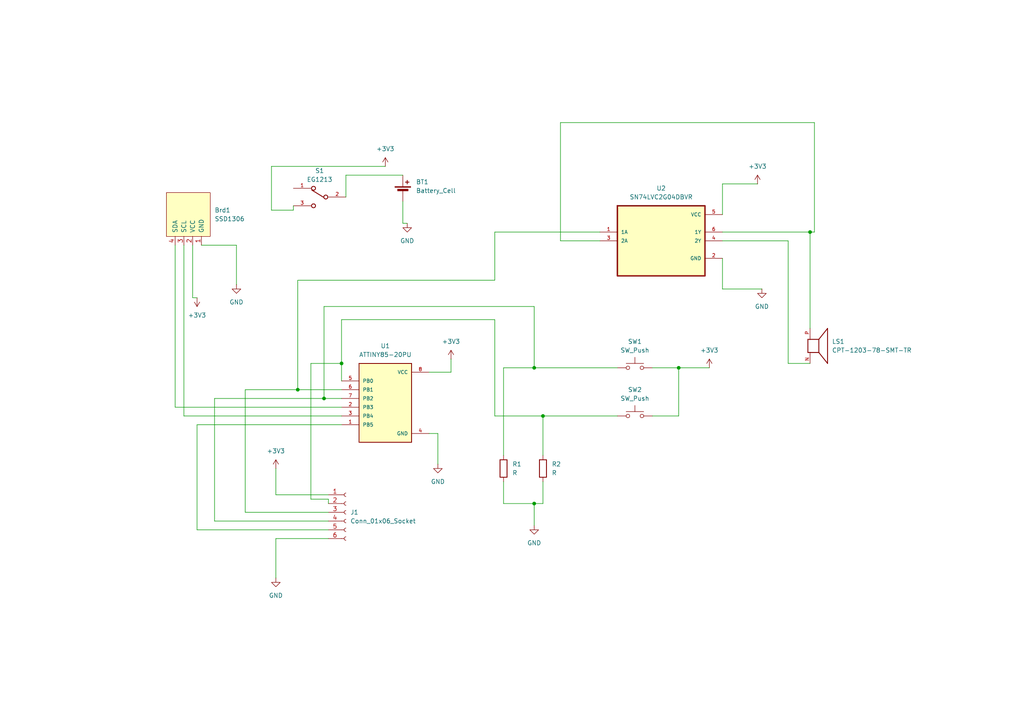
<source format=kicad_sch>
(kicad_sch (version 20250114) (generator "eeschema") (generator_version "9.0")
  (paper "A4")
  (lib_symbols
    (symbol "ATTINY85-20PU:ATTINY85-20PU" (pin_names (offset 1.016))
      (property "Reference" "U" (at -7.6263 11.4395 0))
      (property "Value" "ATTINY85-20PU" (at -7.5506 -13.9826 0))
      (symbol "ATTINY85-20PU_0_0"
        (rectangle (start -7.62 -11.43) (end 7.62 11.43) (stroke (width 0.254)) (fill (type background)))
        (pin bidirectional line (at -12.7 6.35 0) (length 5.08) (name "PB0") (number "5"))
        (pin bidirectional line (at -12.7 3.81 0) (length 5.08) (name "PB1") (number "6"))
        (pin bidirectional line (at -12.7 1.27 0) (length 5.08) (name "PB2") (number "7"))
        (pin bidirectional line (at -12.7 -1.27 0) (length 5.08) (name "PB3") (number "2"))
        (pin bidirectional line (at -12.7 -3.81 0) (length 5.08) (name "PB4") (number "3"))
        (pin bidirectional line (at -12.7 -6.35 0) (length 5.08) (name "PB5") (number "1"))
        (pin power_in line (at 12.7 8.89 180) (length 5.08) (name "VCC") (number "8"))
        (pin power_in line (at 12.7 -8.89 180) (length 5.08) (name "GND") (number "4"))
      )
    )
    (symbol "CPT-1203-78-SMT-TR:CPT-1203-78-SMT-TR" (pin_names (offset 1.016))
      (property "Reference" "LS" (at -1.27 6.35 0))
      (property "Value" "CPT-1203-78-SMT-TR" (at -1.27 -8.255 0))
      (symbol "CPT-1203-78-SMT-TR_0_0"
        (polyline (pts (xy -3.175 1.905) (xy -3.175 -1.905)) (stroke (width 0.254)))
        (polyline (pts (xy -3.175 1.905) (xy -2.54 1.905)) (stroke (width 0.254)))
        (polyline (pts (xy -3.175 -1.905) (xy -2.54 -1.905)) (stroke (width 0.254)))
        (polyline (pts (xy -2.54 2.54) (xy -2.54 1.905)) (stroke (width 0.1524)))
        (polyline (pts (xy -2.54 1.905) (xy 0 1.905)) (stroke (width 0.254)))
        (polyline (pts (xy -2.54 -1.905) (xy 0 -1.905)) (stroke (width 0.254)))
        (polyline (pts (xy -2.54 -2.54) (xy -2.54 -1.905)) (stroke (width 0.1524)))
        (polyline (pts (xy 0 1.905) (xy 2.54 5.08)) (stroke (width 0.254)))
        (polyline (pts (xy 0 -1.905) (xy 0 1.905)) (stroke (width 0.254)))
        (polyline (pts (xy 0 -1.905) (xy 2.54 -5.08)) (stroke (width 0.254)))
        (polyline (pts (xy 2.54 -5.08) (xy 2.54 5.08)) (stroke (width 0.254)))
        (pin passive line (at -2.54 5.08 270) (length 2.54) (name "~") (number "P"))
        (pin passive line (at -2.54 -5.08 90) (length 2.54) (name "~") (number "N"))
      )
    )
    (symbol "Connector:Conn_01x06_Socket" (pin_names (offset 1.016) (hide yes))
      (property "Reference" "J" (at 0 7.62 0))
      (property "Value" "Conn_01x06_Socket" (at 0 -10.16 0))
      (symbol "Conn_01x06_Socket_1_1"
        (polyline (pts (xy -1.27 5.08) (xy -0.508 5.08)) (stroke (width 0.1524)))
        (polyline (pts (xy -1.27 2.54) (xy -0.508 2.54)) (stroke (width 0.1524)))
        (polyline (pts (xy -1.27 0) (xy -0.508 0)) (stroke (width 0.1524)))
        (polyline (pts (xy -1.27 -2.54) (xy -0.508 -2.54)) (stroke (width 0.1524)))
        (polyline (pts (xy -1.27 -5.08) (xy -0.508 -5.08)) (stroke (width 0.1524)))
        (polyline (pts (xy -1.27 -7.62) (xy -0.508 -7.62)) (stroke (width 0.1524)))
        (arc (start 0 4.572) (mid -0.5058 5.08) (end 0 5.588) (stroke (width 0.1524)))
        (arc (start 0 2.032) (mid -0.5058 2.54) (end 0 3.048) (stroke (width 0.1524)))
        (arc (start 0 -0.508) (mid -0.5058 0) (end 0 0.508) (stroke (width 0.1524)))
        (arc (start 0 -3.048) (mid -0.5058 -2.54) (end 0 -2.032) (stroke (width 0.1524)))
        (arc (start 0 -5.588) (mid -0.5058 -5.08) (end 0 -4.572) (stroke (width 0.1524)))
        (arc (start 0 -8.128) (mid -0.5058 -7.62) (end 0 -7.112) (stroke (width 0.1524)))
        (pin passive line (at -5.08 5.08 0) (length 3.81) (name "Pin_1") (number "1"))
        (pin passive line (at -5.08 2.54 0) (length 3.81) (name "Pin_2") (number "2"))
        (pin passive line (at -5.08 0 0) (length 3.81) (name "Pin_3") (number "3"))
        (pin passive line (at -5.08 -2.54 0) (length 3.81) (name "Pin_4") (number "4"))
        (pin passive line (at -5.08 -5.08 0) (length 3.81) (name "Pin_5") (number "5"))
        (pin passive line (at -5.08 -7.62 0) (length 3.81) (name "Pin_6") (number "6"))
      )
    )
    (symbol "Device:Battery_Cell" (pin_numbers (hide yes)) (pin_names (offset 0) (hide yes))
      (property "Reference" "BT" (at 2.54 2.54 0))
      (property "Value" "Battery_Cell" (at 2.54 0 0))
      (symbol "Battery_Cell_0_1"
        (rectangle (start -2.286 1.778) (end 2.286 1.524) (fill (type outline)))
        (rectangle (start -1.524 1.016) (end 1.524 0.508) (fill (type outline)))
        (polyline (pts (xy 0 1.778) (xy 0 2.54)))
        (polyline (pts (xy 0 0.762) (xy 0 0)))
        (polyline (pts (xy 0.762 3.048) (xy 1.778 3.048)) (stroke (width 0.254)))
        (polyline (pts (xy 1.27 3.556) (xy 1.27 2.54)) (stroke (width 0.254)))
      )
      (symbol "Battery_Cell_1_1"
        (pin passive line (at 0 5.08 270) (length 2.54) (name "+") (number "1"))
        (pin passive line (at 0 -2.54 90) (length 2.54) (name "-") (number "2"))
      )
    )
    (symbol "Device:R" (pin_numbers (hide yes)) (pin_names (offset 0))
      (property "Reference" "R" (at 2.032 0 90))
      (property "Value" "R" (at 0 0 90))
      (symbol "R_0_1"
        (rectangle (start -1.016 -2.54) (end 1.016 2.54) (stroke (width 0.254)))
      )
      (symbol "R_1_1"
        (pin passive line (at 0 3.81 270) (length 1.27) (name "~") (number "1"))
        (pin passive line (at 0 -3.81 90) (length 1.27) (name "~") (number "2"))
      )
    )
    (symbol "EG1213:EG1213" (pin_names (offset 1.016))
      (property "Reference" "S" (at 0 0 0))
      (property "Value" "EG1213" (at 0 0 0))
      (symbol "EG1213_0_0"
        (circle (center -1.778 2.54) (radius 0.568) (stroke (width 0.254)))
        (circle (center -1.778 -2.54) (radius 0.568) (stroke (width 0.254)))
        (polyline (pts (xy 1.016 0) (xy -2.286 2.032)) (stroke (width 0.254)))
        (circle (center 1.778 0) (radius 0.568) (stroke (width 0.254)))
        (pin passive line (at -7.62 2.54 0) (length 5.08) (name "~") (number "1"))
        (pin passive line (at -7.62 -2.54 0) (length 5.08) (name "~") (number "3"))
        (pin passive line (at 7.62 0 180) (length 5.08) (name "~") (number "2"))
      )
    )
    (symbol "SN74LVC2G04DBVR:SN74LVC2G04DBVR" (pin_names (offset 1.016))
      (property "Reference" "U" (at -12.7 11.16 0))
      (property "Value" "SN74LVC2G04DBVR" (at -12.7 -14.16 0))
      (symbol "SN74LVC2G04DBVR_0_0"
        (rectangle (start -12.7 -10.16) (end 12.7 10.16) (stroke (width 0.41)) (fill (type background)))
        (pin input line (at -17.78 2.54 0) (length 5.08) (name "1A") (number "1"))
        (pin input line (at -17.78 0 0) (length 5.08) (name "2A") (number "3"))
        (pin power_in line (at 17.78 7.62 180) (length 5.08) (name "VCC") (number "5"))
        (pin output line (at 17.78 2.54 180) (length 5.08) (name "1Y") (number "6"))
        (pin output line (at 17.78 0 180) (length 5.08) (name "2Y") (number "4"))
        (pin power_in line (at 17.78 -5.08 180) (length 5.08) (name "GND") (number "2"))
      )
    )
    (symbol "SSD1306-128x64_OLED:SSD1306" (pin_names (offset 1.016))
      (property "Reference" "Brd" (at 0 -3.81 0))
      (property "Value" "SSD1306" (at 0 -1.27 0))
      (symbol "SSD1306_0_1"
        (rectangle (start -6.35 6.35) (end 6.35 -6.35) (fill (type background)))
      )
      (symbol "SSD1306_1_1"
        (pin input line (at -3.81 8.89 270) (length 2.54) (name "GND") (number "1"))
        (pin input line (at -1.27 8.89 270) (length 2.54) (name "VCC") (number "2"))
        (pin input line (at 1.27 8.89 270) (length 2.54) (name "SCL") (number "3"))
        (pin input line (at 3.81 8.89 270) (length 2.54) (name "SDA") (number "4"))
      )
    )
    (symbol "Switch:SW_Push" (pin_numbers (hide yes)) (pin_names (offset 1.016) (hide yes))
      (property "Reference" "SW" (at 1.27 2.54 0))
      (property "Value" "SW_Push" (at 0 -1.524 0))
      (symbol "SW_Push_0_1"
        (circle (center -2.032 0) (radius 0.508))
        (polyline (pts (xy 0 1.27) (xy 0 3.048)))
        (circle (center 2.032 0) (radius 0.508))
        (polyline (pts (xy 2.54 1.27) (xy -2.54 1.27)))
        (pin passive line (at -5.08 0 0) (length 2.54) (name "1") (number "1"))
        (pin passive line (at 5.08 0 180) (length 2.54) (name "2") (number "2"))
      )
    )
    (symbol "power:+3V3" (power) (pin_numbers (hide yes)) (pin_names (offset 0) (hide yes))
      (property "Value" "+3V3" (at 0 3.556 0))
      (symbol "+3V3_0_1"
        (polyline (pts (xy -0.762 1.27) (xy 0 2.54)))
        (polyline (pts (xy 0 2.54) (xy 0.762 1.27)))
        (polyline (pts (xy 0 0) (xy 0 2.54)))
      )
      (symbol "+3V3_1_1"
        (pin power_in line (at 0 0 90) (length 0) (name "~") (number "1"))
      )
    )
    (symbol "power:GND" (power) (pin_numbers (hide yes)) (pin_names (offset 0) (hide yes))
      (property "Value" "GND" (at 0 -3.81 0))
      (symbol "GND_0_1"
        (polyline (pts (xy 0 0) (xy 0 -1.27) (xy 1.27 -1.27) (xy 0 -2.54) (xy -1.27 -1.27) (xy 0 -1.27)))
      )
      (symbol "GND_1_1"
        (pin power_in line (at 0 0 270) (length 0) (name "~") (number "1"))
      )
    )
  )
  (junction (at 86.36 113.03))
  (junction (at 196.85 106.68))
  (junction (at 99.06 105.41))
  (junction (at 154.94 146.05))
  (junction (at 157.48 120.65))
  (junction (at 93.98 115.57))
  (junction (at 154.94 106.68))
  (junction (at 234.95 67.31))
  (wire (pts (xy 179.07 106.68) (xy 154.94 106.68)))
  (wire (pts (xy 209.55 83.82) (xy 209.55 74.93)))
  (wire (pts (xy 53.34 71.12) (xy 53.34 120.65)))
  (wire (pts (xy 80.01 143.51) (xy 80.01 135.89)))
  (wire (pts (xy 80.01 167.64) (xy 80.01 156.21)))
  (wire (pts (xy 116.84 58.42) (xy 116.84 64.77)))
  (wire (pts (xy 228.6 69.85) (xy 228.6 105.41)))
  (wire (pts (xy 143.51 120.65) (xy 143.51 92.71)))
  (wire (pts (xy 55.88 86.36) (xy 57.15 86.36)))
  (wire (pts (xy 99.06 113.03) (xy 86.36 113.03)))
  (wire (pts (xy 234.95 67.31) (xy 234.95 95.25)))
  (wire (pts (xy 50.8 118.11) (xy 99.06 118.11)))
  (wire (pts (xy 130.81 104.14) (xy 130.81 107.95)))
  (wire (pts (xy 100.33 50.8) (xy 100.33 57.15)))
  (wire (pts (xy 80.01 143.51) (xy 95.25 143.51)))
  (wire (pts (xy 68.58 71.12) (xy 68.58 82.55)))
  (wire (pts (xy 85.09 60.96) (xy 85.09 59.69)))
  (wire (pts (xy 95.25 144.78) (xy 90.17 144.78)))
  (wire (pts (xy 146.05 106.68) (xy 154.94 106.68)))
  (wire (pts (xy 116.84 64.77) (xy 118.11 64.77)))
  (wire (pts (xy 95.25 146.05) (xy 95.25 144.78)))
  (wire (pts (xy 143.51 67.31) (xy 173.99 67.31)))
  (wire (pts (xy 236.22 35.56) (xy 162.56 35.56)))
  (wire (pts (xy 162.56 69.85) (xy 173.99 69.85)))
  (wire (pts (xy 179.07 120.65) (xy 157.48 120.65)))
  (wire (pts (xy 154.94 88.9) (xy 93.98 88.9)))
  (wire (pts (xy 146.05 139.7) (xy 146.05 146.05)))
  (wire (pts (xy 93.98 88.9) (xy 93.98 115.57)))
  (wire (pts (xy 90.17 105.41) (xy 99.06 105.41)))
  (wire (pts (xy 111.76 48.26) (xy 78.74 48.26)))
  (wire (pts (xy 78.74 48.26) (xy 78.74 60.96)))
  (wire (pts (xy 219.71 53.34) (xy 209.55 53.34)))
  (wire (pts (xy 53.34 120.65) (xy 99.06 120.65)))
  (wire (pts (xy 189.23 106.68) (xy 196.85 106.68)))
  (wire (pts (xy 57.15 123.19) (xy 99.06 123.19)))
  (wire (pts (xy 90.17 105.41) (xy 90.17 144.78)))
  (wire (pts (xy 95.25 148.59) (xy 71.12 148.59)))
  (wire (pts (xy 127 125.73) (xy 127 134.62)))
  (wire (pts (xy 209.55 67.31) (xy 234.95 67.31)))
  (wire (pts (xy 78.74 60.96) (xy 85.09 60.96)))
  (wire (pts (xy 228.6 105.41) (xy 234.95 105.41)))
  (wire (pts (xy 157.48 120.65) (xy 143.51 120.65)))
  (wire (pts (xy 55.88 71.12) (xy 55.88 86.36)))
  (wire (pts (xy 57.15 153.67) (xy 57.15 123.19)))
  (wire (pts (xy 58.42 71.12) (xy 68.58 71.12)))
  (wire (pts (xy 62.23 151.13) (xy 62.23 115.57)))
  (wire (pts (xy 162.56 35.56) (xy 162.56 69.85)))
  (wire (pts (xy 189.23 120.65) (xy 196.85 120.65)))
  (wire (pts (xy 71.12 113.03) (xy 86.36 113.03)))
  (wire (pts (xy 86.36 81.28) (xy 143.51 81.28)))
  (wire (pts (xy 80.01 156.21) (xy 95.25 156.21)))
  (wire (pts (xy 209.55 69.85) (xy 228.6 69.85)))
  (wire (pts (xy 154.94 152.4) (xy 154.94 146.05)))
  (wire (pts (xy 234.95 67.31) (xy 236.22 67.31)))
  (wire (pts (xy 95.25 151.13) (xy 62.23 151.13)))
  (wire (pts (xy 196.85 120.65) (xy 196.85 106.68)))
  (wire (pts (xy 209.55 53.34) (xy 209.55 62.23)))
  (wire (pts (xy 95.25 153.67) (xy 57.15 153.67)))
  (wire (pts (xy 154.94 106.68) (xy 154.94 88.9)))
  (wire (pts (xy 157.48 146.05) (xy 157.48 139.7)))
  (wire (pts (xy 99.06 105.41) (xy 99.06 110.49)))
  (wire (pts (xy 71.12 148.59) (xy 71.12 113.03)))
  (wire (pts (xy 154.94 146.05) (xy 157.48 146.05)))
  (wire (pts (xy 143.51 81.28) (xy 143.51 67.31)))
  (wire (pts (xy 124.46 125.73) (xy 127 125.73)))
  (wire (pts (xy 93.98 115.57) (xy 99.06 115.57)))
  (wire (pts (xy 157.48 120.65) (xy 157.48 132.08)))
  (wire (pts (xy 236.22 67.31) (xy 236.22 35.56)))
  (wire (pts (xy 196.85 106.68) (xy 205.74 106.68)))
  (wire (pts (xy 86.36 113.03) (xy 86.36 81.28)))
  (wire (pts (xy 146.05 132.08) (xy 146.05 106.68)))
  (wire (pts (xy 62.23 115.57) (xy 93.98 115.57)))
  (wire (pts (xy 130.81 107.95) (xy 124.46 107.95)))
  (wire (pts (xy 116.84 50.8) (xy 100.33 50.8)))
  (wire (pts (xy 146.05 146.05) (xy 154.94 146.05)))
  (wire (pts (xy 220.98 83.82) (xy 209.55 83.82)))
  (wire (pts (xy 143.51 92.71) (xy 99.06 92.71)))
  (wire (pts (xy 99.06 92.71) (xy 99.06 105.41)))
  (wire (pts (xy 50.8 71.12) (xy 50.8 118.11)))
  (symbol (lib_id "CPT-1203-78-SMT-TR:CPT-1203-78-SMT-TR") (at 237.49 100.33 0) (unit 1)
    (property "Reference" "LS1" (at 241.3 99.0599 0) (effects (justify left)))
    (property "Value" "CPT-1203-78-SMT-TR" (at 241.3 101.5999 0) (effects (justify left)))
    (property "Footprint" "mods:XDCR_CPT-1203-78-SMT-TR" (effects (hide yes)))
    (property "MF" "Same Sky" (effects (hide yes)))
    (property "MAXIMUM_PACKAGE_HEIGHT" "3.1mm" (effects (hide yes)))
    (property "Package" "Package" (effects (hide yes)))
    (property "Price" "None" (effects (hide yes)))
    (property "Check_prices" "https://www.snapeda.com/parts/CPT-1203-78-SMT-TR/Same+Sky/view-part/?ref=eda" (effects (hide yes)))
    (property "STANDARD" "Manufacturer Recommendations" (effects (hide yes)))
    (property "PARTREV" "1.0" (effects (hide yes)))
    (property "SnapEDA_Link" "https://www.snapeda.com/parts/CPT-1203-78-SMT-TR/Same+Sky/view-part/?ref=snap" (effects (hide yes)))
    (property "MP" "CPT-1203-78-SMT-TR" (effects (hide yes)))
    (property "Description_1" "12.2 mm, 5 Vp-p, 78 dB, Surface Mount (SMT), Piezo Audio Transducer Buzzer" (effects (hide yes)))
    (property "Availability" "In Stock" (effects (hide yes)))
    (property "MANUFACTURER" "CUI Inc." (effects (hide yes)))
  )
  (symbol (lib_id "power:GND") (at 118.11 64.77 0) (unit 1)
    (property "Reference" "#PWR08" (effects (hide yes)))
    (property "Value" "GND" (at 118.11 69.85 0))
    (property "Description" "Power symbol creates a global label with name \"GND\" , ground" (effects (hide yes)))
  )
  (symbol (lib_id "power:GND") (at 127 134.62 0) (unit 1)
    (property "Reference" "#PWR07" (effects (hide yes)))
    (property "Value" "GND" (at 127 139.7 0))
    (property "Description" "Power symbol creates a global label with name \"GND\" , ground" (effects (hide yes)))
  )
  (symbol (lib_id "power:GND") (at 154.94 152.4 0) (unit 1)
    (property "Reference" "#PWR06" (effects (hide yes)))
    (property "Value" "GND" (at 154.94 157.48 0))
    (property "Description" "Power symbol creates a global label with name \"GND\" , ground" (effects (hide yes)))
  )
  (symbol (lib_id "Device:R") (at 146.05 135.89 0) (unit 1)
    (property "Reference" "R1" (at 148.59 134.6199 0) (effects (justify left)))
    (property "Value" "R" (at 148.59 137.1599 0) (effects (justify left)))
    (property "Footprint" "Resistor_THT:R_Axial_DIN0207_L6.3mm_D2.5mm_P10.16mm_Horizontal" (effects (hide yes)))
    (property "Description" "Resistor" (effects (hide yes)))
  )
  (symbol (lib_id "Device:Battery_Cell") (at 116.84 55.88 0) (unit 1)
    (property "Reference" "BT1" (at 120.65 52.7684 0) (effects (justify left)))
    (property "Value" "Battery_Cell" (at 120.65 55.3084 0) (effects (justify left)))
    (property "Footprint" "Battery:BatteryHolder_Multicomp_BC-2001_1x2032" (effects (hide yes)))
    (property "Description" "Single-cell battery" (effects (hide yes)))
  )
  (symbol (lib_id "Device:R") (at 157.48 135.89 0) (unit 1)
    (property "Reference" "R2" (at 160.02 134.6199 0) (effects (justify left)))
    (property "Value" "R" (at 160.02 137.1599 0) (effects (justify left)))
    (property "Footprint" "Resistor_THT:R_Axial_DIN0207_L6.3mm_D2.5mm_P10.16mm_Horizontal" (effects (hide yes)))
    (property "Description" "Resistor" (effects (hide yes)))
  )
  (symbol (lib_id "Switch:SW_Push") (at 184.15 120.65 0) (unit 1)
    (property "Reference" "SW2" (at 184.15 113.03 0))
    (property "Value" "SW_Push" (at 184.15 115.57 0))
    (property "Footprint" "PCM_Switch_Keyboard_Kailh:SW_Kailh_Choc_V1V2" (effects (hide yes)))
    (property "Description" "Push button switch, generic, two pins" (effects (hide yes)))
  )
  (symbol (lib_id "EG1213:EG1213") (at 92.71 57.15 0) (unit 1)
    (property "Reference" "S1" (at 92.71 49.53 0))
    (property "Value" "EG1213" (at 92.71 52.07 0))
    (property "Footprint" "mods:SW_EG1213" (effects (hide yes)))
    (property "MF" "e-switch inc" (effects (hide yes)))
    (property "Description_1" "Slide Switch SPDT Through Hole, Right Angle" (effects (hide yes)))
    (property "Package" "None" (effects (hide yes)))
    (property "Price" "None" (effects (hide yes)))
    (property "Check_prices" "https://www.snapeda.com/parts/EG1213/E-Switch/view-part/?ref=eda" (effects (hide yes)))
    (property "SnapEDA_Link" "https://www.snapeda.com/parts/EG1213/E-Switch/view-part/?ref=snap" (effects (hide yes)))
    (property "MP" "EG1213" (effects (hide yes)))
    (property "Availability" "In Stock" (effects (hide yes)))
    (property "MANUFACTURER" "E-Switch" (effects (hide yes)))
  )
  (symbol (lib_id "power:GND") (at 220.98 83.82 0) (unit 1)
    (property "Reference" "#PWR05" (effects (hide yes)))
    (property "Value" "GND" (at 220.98 88.9 0))
    (property "Description" "Power symbol creates a global label with name \"GND\" , ground" (effects (hide yes)))
  )
  (symbol (lib_id "power:+3V3") (at 111.76 48.26 0) (unit 1)
    (property "Reference" "#PWR02" (effects (hide yes)))
    (property "Value" "+3V3" (at 111.76 43.18 0))
    (property "Description" "Power symbol creates a global label with name \"+3V3\"" (effects (hide yes)))
  )
  (symbol (lib_id "power:+3V3") (at 205.74 106.68 0) (unit 1)
    (property "Reference" "#PWR010" (effects (hide yes)))
    (property "Value" "+3V3" (at 205.74 101.6 0))
    (property "Description" "Power symbol creates a global label with name \"+3V3\"" (effects (hide yes)))
  )
  (symbol (lib_id "power:+3V3") (at 219.71 53.34 0) (unit 1)
    (property "Reference" "#PWR04" (effects (hide yes)))
    (property "Value" "+3V3" (at 219.71 48.26 0))
    (property "Description" "Power symbol creates a global label with name \"+3V3\"" (effects (hide yes)))
  )
  (symbol (lib_id "power:+3V3") (at 80.01 135.89 0) (unit 1)
    (property "Reference" "#PWR011" (effects (hide yes)))
    (property "Value" "+3V3" (at 80.01 130.81 0))
    (property "Description" "Power symbol creates a global label with name \"+3V3\"" (effects (hide yes)))
  )
  (symbol (lib_id "Connector:Conn_01x06_Socket") (at 100.33 148.59 0) (unit 1)
    (property "Reference" "J1" (at 101.6 148.5899 0) (effects (justify left)))
    (property "Value" "Conn_01x06_Socket" (at 101.6 151.1299 0) (effects (justify left)))
    (property "Footprint" "Connector_PinHeader_2.54mm:PinHeader_1x06_P2.54mm_Vertical" (effects (hide yes)))
    (property "Description" "Generic connector, single row, 01x06, script generated" (effects (hide yes)))
  )
  (symbol (lib_id "SN74LVC2G04DBVR:SN74LVC2G04DBVR") (at 191.77 69.85 0) (unit 1)
    (property "Reference" "U2" (at 191.77 54.61 0))
    (property "Value" "SN74LVC2G04DBVR" (at 191.77 57.15 0))
    (property "Footprint" "mods:SOT95P280X145-6N" (effects (hide yes)))
    (property "DigiKey_Part_Number" "296-13261-1-ND" (effects (hide yes)))
    (property "SnapEDA_Link" "https://www.snapeda.com/parts/SN74LVC2G04DBVR/Texas+Instruments/view-part/?ref=snap" (effects (hide yes)))
    (property "Description_1" "2-ch, 1.65-V to 5.5-V inverters" (effects (hide yes)))
    (property "MF" "Texas Instruments" (effects (hide yes)))
    (property "Package" "SOT-23-6 Texas Instruments" (effects (hide yes)))
    (property "Check_prices" "https://www.snapeda.com/parts/SN74LVC2G04DBVR/Texas+Instruments/view-part/?ref=eda" (effects (hide yes)))
    (property "MP" "SN74LVC2G04DBVR" (effects (hide yes)))
  )
  (symbol (lib_id "ATTINY85-20PU:ATTINY85-20PU") (at 111.76 116.84 0) (unit 1)
    (property "Reference" "U1" (at 111.76 100.33 0))
    (property "Value" "ATTINY85-20PU" (at 111.76 102.87 0))
    (property "Footprint" "mods:DIP762W46P254L927H533Q8B" (effects (hide yes)))
    (property "MF" "Microchip" (effects (hide yes)))
    (property "Description_1" "AVR AVR® ATtiny, Functional Safety (FuSa) Microcontroller IC 8-Bit 20MHz 8KB (4K x 16) FLASH 8-PDIP" (effects (hide yes)))
    (property "Package" "DIP-8 Atmel" (effects (hide yes)))
    (property "Price" "None" (effects (hide yes)))
    (property "Check_prices" "https://www.snapeda.com/parts/ATTINY85-20PU/Microchip/view-part/?ref=eda" (effects (hide yes)))
    (property "SnapEDA_Link" "https://www.snapeda.com/parts/ATTINY85-20PU/Microchip/view-part/?ref=snap" (effects (hide yes)))
    (property "MP" "ATTINY85-20PU" (effects (hide yes)))
    (property "Availability" "In Stock" (effects (hide yes)))
    (property "MANUFACTURER" "Atmel" (effects (hide yes)))
  )
  (symbol (lib_id "SSD1306-128x64_OLED:SSD1306") (at 54.61 62.23 180) (unit 1)
    (property "Reference" "Brd1" (at 62.23 60.9599 0) (effects (justify right)))
    (property "Value" "SSD1306" (at 62.23 63.4999 0) (effects (justify right)))
    (property "Footprint" "SSD1306:128x64OLED" (effects (hide yes)))
    (property "Description" "SSD1306 OLED" (effects (hide yes)))
  )
  (symbol (lib_id "power:+3V3") (at 57.15 86.36 180) (unit 1)
    (property "Reference" "#PWR01" (effects (hide yes)))
    (property "Value" "+3V3" (at 57.15 91.44 0))
    (property "Description" "Power symbol creates a global label with name \"+3V3\"" (effects (hide yes)))
  )
  (symbol (lib_id "power:GND") (at 80.01 167.64 0) (unit 1)
    (property "Reference" "#PWR012" (effects (hide yes)))
    (property "Value" "GND" (at 80.01 172.72 0))
    (property "Description" "Power symbol creates a global label with name \"GND\" , ground" (effects (hide yes)))
  )
  (symbol (lib_id "Switch:SW_Push") (at 184.15 106.68 0) (unit 1)
    (property "Reference" "SW1" (at 184.15 99.06 0))
    (property "Value" "SW_Push" (at 184.15 101.6 0))
    (property "Footprint" "PCM_Switch_Keyboard_Kailh:SW_Kailh_Choc_V1V2" (effects (hide yes)))
    (property "Description" "Push button switch, generic, two pins" (effects (hide yes)))
  )
  (symbol (lib_id "power:+3V3") (at 130.81 104.14 0) (unit 1)
    (property "Reference" "#PWR03" (effects (hide yes)))
    (property "Value" "+3V3" (at 130.81 99.06 0))
    (property "Description" "Power symbol creates a global label with name \"+3V3\"" (effects (hide yes)))
  )
  (symbol (lib_id "power:GND") (at 68.58 82.55 0) (unit 1)
    (property "Reference" "#PWR09" (effects (hide yes)))
    (property "Value" "GND" (at 68.58 87.63 0))
    (property "Description" "Power symbol creates a global label with name \"GND\" , ground" (effects (hide yes)))
  )
)
</source>
